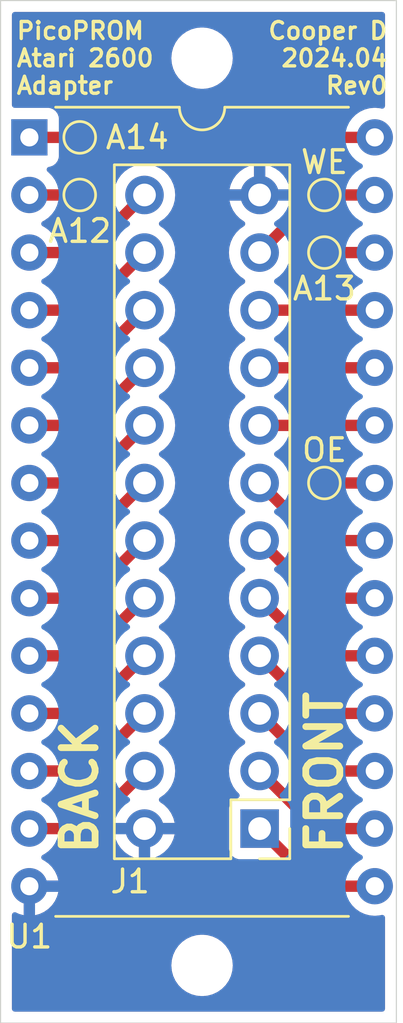
<source format=kicad_pcb>
(kicad_pcb (version 20221018) (generator pcbnew)
  (title_block (date "2024-04-02"))
  (layers (0 "F.Cu" signal) (31 "B.Cu" signal) (34 "B.Paste" user) (35 "F.Paste" user) (36 "B.SilkS" user "B.Silkscreen") (37 "F.SilkS" user "F.Silkscreen") (38 "B.Mask" user) (39 "F.Mask" user) (44 "Edge.Cuts" user))
  (net 0 "")
  (net 1 "/A7")
  (net 2 "/A6")
  (net 3 "/A5")
  (net 4 "/A4")
  (net 5 "/A3")
  (net 6 "/A2")
  (net 7 "/A1")
  (net 8 "/A0")
  (net 9 "/D0")
  (net 10 "/D1")
  (net 11 "/D2")
  (net 12 "GND")
  (net 13 "/D3")
  (net 14 "/D4")
  (net 15 "/D5")
  (net 16 "/D6")
  (net 17 "/D7")
  (net 18 "/CS")
  (net 19 "/A10")
  (net 20 "/A11")
  (net 21 "/A9")
  (net 22 "/A8")
  (net 23 "VCC")
  (net 24 "Net-(U1-A12)")
  (net 25 "Net-(U1-A13)")
  (net 26 "Net-(U1-A14)")
  (net 27 "Net-(U1-~{WE})")
  (net 28 "Net-(U1-~{OE})")
  (footprint "TestPoint:TestPoint_Pad_D1.0mm" (layer "F.Cu") (at 140.0175 66.3575)
    (fp_text reference "WE" (at 0 -1.448) (layer "F.SilkS"))
    (fp_text value "WE" hide)
    (fp_circle (center 0 0) (end 0 0.7) (stroke (width 0.12)) (fill none) (layer "F.SilkS"))
    (pad "1" smd circle (at 0 0) (size 1 1) (layers "F.Cu" "F.Mask") (net 27 "Net-(U1-~{WE})"))
  )
  (footprint "TestPoint:TestPoint_Pad_D1.0mm" (layer "F.Cu") (at 140.0175 79.0575)
    (fp_text reference "OE" (at 0 -1.448) (layer "F.SilkS"))
    (fp_text value "OE" hide)
    (fp_circle (center 0 0) (end 0 0.7) (stroke (width 0.12)) (fill none) (layer "F.SilkS"))
    (pad "1" smd circle (at 0 0) (size 1 1) (layers "F.Cu" "F.Mask") (net 28 "Net-(U1-~{OE})"))
  )
  (footprint "picoprom-atari2600:EdgeConnector_2x12_P2.54mm_Vertical" (layer "F.Cu") (at 137.16 94.2975 180)
    (fp_text reference "J1" (at 5.715 -2.33) (layer "F.SilkS"))
    (fp_text value "Atari2600_Cartridge_Edge" hide)
    (fp_line (start -1.33 -1.33) (end 0 -1.33) (stroke (width 0.12)) (layer "F.SilkS"))
    (fp_line (start -1.33 0) (end -1.33 -1.33) (stroke (width 0.12)) (layer "F.SilkS"))
    (fp_line (start -1.33 1.27) (end -1.33 29.27) (stroke (width 0.12)) (layer "F.SilkS"))
    (fp_line (start -1.33 1.27) (end 1.27 1.27) (stroke (width 0.12)) (layer "F.SilkS"))
    (fp_line (start -1.33 29.27) (end 6.41 29.27) (stroke (width 0.12)) (layer "F.SilkS"))
    (fp_line (start 1.27 -1.33) (end 6.41 -1.33) (stroke (width 0.12)) (layer "F.SilkS"))
    (fp_line (start 1.27 1.27) (end 1.27 -1.33) (stroke (width 0.12)) (layer "F.SilkS"))
    (fp_line (start 6.41 -1.33) (end 6.41 29.27) (stroke (width 0.12)) (layer "F.SilkS"))
    (pad "1" thru_hole rect (at 0 0 180) (size 1.7 1.7) (drill 1) (layers "*.Cu" "*.Mask") (net 13 "/D3"))
    (pad "2" thru_hole oval (at 0 2.54 180) (size 1.7 1.7) (drill 1) (layers "*.Cu" "*.Mask") (net 14 "/D4"))
    (pad "3" thru_hole oval (at 0 5.08 180) (size 1.7 1.7) (drill 1) (layers "*.Cu" "*.Mask") (net 15 "/D5"))
    (pad "4" thru_hole oval (at 0 7.62 180) (size 1.7 1.7) (drill 1) (layers "*.Cu" "*.Mask") (net 16 "/D6"))
    (pad "5" thru_hole oval (at 0 10.16 180) (size 1.7 1.7) (drill 1) (layers "*.Cu" "*.Mask") (net 17 "/D7"))
    (pad "6" thru_hole oval (at 0 12.7 180) (size 1.7 1.7) (drill 1) (layers "*.Cu" "*.Mask") (net 18 "/CS"))
    (pad "7" thru_hole oval (at 0 15.24 180) (size 1.7 1.7) (drill 1) (layers "*.Cu" "*.Mask") (net 19 "/A10"))
    (pad "8" thru_hole oval (at 0 17.78 180) (size 1.7 1.7) (drill 1) (layers "*.Cu" "*.Mask") (net 20 "/A11"))
    (pad "9" thru_hole oval (at 0 20.32 180) (size 1.7 1.7) (drill 1) (layers "*.Cu" "*.Mask") (net 21 "/A9"))
    (pad "10" thru_hole oval (at 0 22.86 180) (size 1.7 1.7) (drill 1) (layers "*.Cu" "*.Mask") (net 22 "/A8"))
    (pad "11" thru_hole oval (at 0 25.4 180) (size 1.7 1.7) (drill 1) (layers "*.Cu" "*.Mask") (net 23 "VCC"))
    (pad "12" thru_hole oval (at 0 27.94 180) (size 1.7 1.7) (drill 1) (layers "*.Cu" "*.Mask") (net 12 "GND"))
    (pad "13" thru_hole oval (at 5.08 27.94 180) (size 1.7 1.7) (drill 1) (layers "*.Cu" "*.Mask") (net 1 "/A7"))
    (pad "14" thru_hole oval (at 5.08 25.4 180) (size 1.7 1.7) (drill 1) (layers "*.Cu" "*.Mask") (net 2 "/A6"))
    (pad "15" thru_hole oval (at 5.08 22.86 180) (size 1.7 1.7) (drill 1) (layers "*.Cu" "*.Mask") (net 3 "/A5"))
    (pad "16" thru_hole oval (at 5.08 20.32 180) (size 1.7 1.7) (drill 1) (layers "*.Cu" "*.Mask") (net 4 "/A4"))
    (pad "17" thru_hole oval (at 5.08 17.78 180) (size 1.7 1.7) (drill 1) (layers "*.Cu" "*.Mask") (net 5 "/A3"))
    (pad "18" thru_hole oval (at 5.08 15.24 180) (size 1.7 1.7) (drill 1) (layers "*.Cu" "*.Mask") (net 6 "/A2"))
    (pad "19" thru_hole oval (at 5.08 12.7 180) (size 1.7 1.7) (drill 1) (layers "*.Cu" "*.Mask") (net 7 "/A1"))
    (pad "20" thru_hole oval (at 5.08 10.16 180) (size 1.7 1.7) (drill 1) (layers "*.Cu" "*.Mask") (net 8 "/A0"))
    (pad "21" thru_hole oval (at 5.08 7.62 180) (size 1.7 1.7) (drill 1) (layers "*.Cu" "*.Mask") (net 9 "/D0"))
    (pad "22" thru_hole oval (at 5.08 5.08 180) (size 1.7 1.7) (drill 1) (layers "*.Cu" "*.Mask") (net 10 "/D1"))
    (pad "23" thru_hole oval (at 5.08 2.54 180) (size 1.7 1.7) (drill 1) (layers "*.Cu" "*.Mask") (net 11 "/D2"))
    (pad "24" thru_hole oval (at 5.08 0 180) (size 1.7 1.7) (drill 1) (layers "*.Cu" "*.Mask") (net 12 "GND"))
  )
  (footprint "TestPoint:TestPoint_Pad_D1.0mm" (layer "F.Cu") (at 129.2225 66.3575)
    (fp_text reference "A12" (at 0 1.5875) (layer "F.SilkS"))
    (fp_text value "A12" hide)
    (fp_circle (center 0 0) (end 0 0.7) (stroke (width 0.12)) (fill none) (layer "F.SilkS"))
    (pad "1" smd circle (at 0 0) (size 1 1) (layers "F.Cu" "F.Mask") (net 24 "Net-(U1-A12)"))
  )
  (footprint "TestPoint:TestPoint_Pad_D1.0mm" (layer "F.Cu") (at 129.2225 63.8175)
    (fp_text reference "A14" (at 2.54 0) (layer "F.SilkS"))
    (fp_text value "A14" hide)
    (fp_circle (center 0 0) (end 0 0.7) (stroke (width 0.12)) (fill none) (layer "F.SilkS"))
    (pad "1" smd circle (at 0 0) (size 1 1) (layers "F.Cu" "F.Mask") (net 26 "Net-(U1-A14)"))
  )
  (footprint "MountingHole:MountingHole_2.2mm_M2" (layer "F.Cu") (at 134.62 60.325)
    (fp_text reference "REF**" hide)
    (fp_text value "MountingHole_2.2mm_M2" hide)
    (pad "" np_thru_hole circle (at 0 0) (size 2.2 2.2) (drill 2.2) (layers "*.Cu" "*.Mask"))
  )
  (footprint "MountingHole:MountingHole_2.2mm_M2" (layer "F.Cu") (at 134.62 100.33)
    (fp_text reference "REF**" hide)
    (fp_text value "MountingHole_2.2mm_M2" hide)
    (pad "" np_thru_hole circle (at 0 0) (size 2.2 2.2) (drill 2.2) (layers "F&B.Cu" "*.Mask"))
  )
  (footprint "TestPoint:TestPoint_Pad_D1.0mm" (layer "F.Cu") (at 140.0175 68.8975)
    (fp_text reference "A13" (at 0 1.5875) (layer "F.SilkS"))
    (fp_text value "A13" hide)
    (fp_circle (center 0 0) (end 0 0.7) (stroke (width 0.12)) (fill none) (layer "F.SilkS"))
    (pad "1" smd circle (at 0 0) (size 1 1) (layers "F.Cu" "F.Mask") (net 25 "Net-(U1-A13)"))
  )
  (footprint "picoprom-atari2600:PicoPROM_DIP-28_W15.24mm" (layer "F.Cu") (at 127 63.8175)
    (fp_text reference "U1" (at 0 35.2425) (layer "F.SilkS"))
    (fp_text value "28C256" hide)
    (fp_line (start 1.16 34.35) (end 14.08 34.35) (stroke (width 0.12)) (layer "F.SilkS"))
    (fp_line (start 6.62 -1.33) (end 1.16 -1.33) (stroke (width 0.12)) (layer "F.SilkS"))
    (fp_line (start 14.08 -1.33) (end 8.62 -1.33) (stroke (width 0.12)) (layer "F.SilkS"))
    (fp_arc (start 8.62 -1.33) (mid 7.62 -0.33) (end 6.62 -1.33) (stroke (width 0.12)) (layer "F.SilkS"))
    (pad "1" thru_hole rect (at 0 0) (size 1.6 1.6) (drill 0.8) (layers "*.Cu" "*.Mask") (net 26 "Net-(U1-A14)"))
    (pad "2" thru_hole oval (at 0 2.54) (size 1.6 1.6) (drill 0.8) (layers "*.Cu" "*.Mask") (net 24 "Net-(U1-A12)"))
    (pad "3" thru_hole oval (at 0 5.08) (size 1.6 1.6) (drill 0.8) (layers "*.Cu" "*.Mask") (net 1 "/A7"))
    (pad "4" thru_hole oval (at 0 7.62) (size 1.6 1.6) (drill 0.8) (layers "*.Cu" "*.Mask") (net 2 "/A6"))
    (pad "5" thru_hole oval (at 0 10.16) (size 1.6 1.6) (drill 0.8) (layers "*.Cu" "*.Mask") (net 3 "/A5"))
    (pad "6" thru_hole oval (at 0 12.7) (size 1.6 1.6) (drill 0.8) (layers "*.Cu" "*.Mask") (net 4 "/A4"))
    (pad "7" thru_hole oval (at 0 15.24) (size 1.6 1.6) (drill 0.8) (layers "*.Cu" "*.Mask") (net 5 "/A3"))
    (pad "8" thru_hole oval (at 0 17.78) (size 1.6 1.6) (drill 0.8) (layers "*.Cu" "*.Mask") (net 6 "/A2"))
    (pad "9" thru_hole oval (at 0 20.32) (size 1.6 1.6) (drill 0.8) (layers "*.Cu" "*.Mask") (net 7 "/A1"))
    (pad "10" thru_hole oval (at 0 22.86) (size 1.6 1.6) (drill 0.8) (layers "*.Cu" "*.Mask") (net 8 "/A0"))
    (pad "11" thru_hole oval (at 0 25.4) (size 1.6 1.6) (drill 0.8) (layers "*.Cu" "*.Mask") (net 9 "/D0"))
    (pad "12" thru_hole oval (at 0 27.94) (size 1.6 1.6) (drill 0.8) (layers "*.Cu" "*.Mask") (net 10 "/D1"))
    (pad "13" thru_hole oval (at 0 30.48) (size 1.6 1.6) (drill 0.8) (layers "*.Cu" "*.Mask") (net 11 "/D2"))
    (pad "14" thru_hole oval (at 0 33.02) (size 1.6 1.6) (drill 0.8) (layers "*.Cu" "*.Mask") (net 12 "GND"))
    (pad "15" thru_hole oval (at 15.24 33.02) (size 1.6 1.6) (drill 0.8) (layers "*.Cu" "*.Mask") (net 13 "/D3"))
    (pad "16" thru_hole oval (at 15.24 30.48) (size 1.6 1.6) (drill 0.8) (layers "*.Cu" "*.Mask") (net 14 "/D4"))
    (pad "17" thru_hole oval (at 15.24 27.94) (size 1.6 1.6) (drill 0.8) (layers "*.Cu" "*.Mask") (net 15 "/D5"))
    (pad "18" thru_hole oval (at 15.24 25.4) (size 1.6 1.6) (drill 0.8) (layers "*.Cu" "*.Mask") (net 16 "/D6"))
    (pad "19" thru_hole oval (at 15.24 22.86) (size 1.6 1.6) (drill 0.8) (layers "*.Cu" "*.Mask") (net 17 "/D7"))
    (pad "20" thru_hole oval (at 15.24 20.32) (size 1.6 1.6) (drill 0.8) (layers "*.Cu" "*.Mask") (net 18 "/CS"))
    (pad "21" thru_hole oval (at 15.24 17.78) (size 1.6 1.6) (drill 0.8) (layers "*.Cu" "*.Mask") (net 19 "/A10"))
    (pad "22" thru_hole oval (at 15.24 15.24) (size 1.6 1.6) (drill 0.8) (layers "*.Cu" "*.Mask") (net 28 "Net-(U1-~{OE})"))
    (pad "23" thru_hole oval (at 15.24 12.7) (size 1.6 1.6) (drill 0.8) (layers "*.Cu" "*.Mask") (net 20 "/A11"))
    (pad "24" thru_hole oval (at 15.24 10.16) (size 1.6 1.6) (drill 0.8) (layers "*.Cu" "*.Mask") (net 21 "/A9"))
    (pad "25" thru_hole oval (at 15.24 7.62) (size 1.6 1.6) (drill 0.8) (layers "*.Cu" "*.Mask") (net 22 "/A8"))
    (pad "26" thru_hole oval (at 15.24 5.08) (size 1.6 1.6) (drill 0.8) (layers "*.Cu" "*.Mask") (net 25 "Net-(U1-A13)"))
    (pad "27" thru_hole oval (at 15.24 2.54) (size 1.6 1.6) (drill 0.8) (layers "*.Cu" "*.Mask") (net 27 "Net-(U1-~{WE})"))
    (pad "28" thru_hole oval (at 15.24 0) (size 1.6 1.6) (drill 0.8) (layers "*.Cu" "*.Mask") (net 23 "VCC"))
  )
  (gr_rect (start 125.73 57.785) (end 143.1925 102.87) (stroke (width 0.05)) (fill none) (layer "Edge.Cuts"))
  (gr_text "Cooper D\n2024.04\nRev0" (at 142.875 60.325) (layer "F.SilkS") (effects (font (size 0.75 0.75) (thickness 0.15) bold) (justify right)))
  (gr_text "PicoPROM\nAtari 2600\nAdapter" (at 126.365 60.325) (layer "F.SilkS") (effects (font (size 0.75 0.75) (thickness 0.15) bold) (justify left)))
  (gr_text "BACK" (at 129.2225 95.5675 90) (layer "F.SilkS") (effects (font (size 1.5 1.5) (thickness 0.3) bold) (justify left)))
  (gr_text "FRONT" (at 140.0175 95.5675 90) (layer "F.SilkS") (effects (font (size 1.5 1.5) (thickness 0.3) bold) (justify left)))
  (segment (start 129.54 68.8975) (end 132.08 66.3575) (width 0.5) (layer "F.Cu") (net 1))
  (segment (start 127 68.8975) (end 129.54 68.8975) (width 0.5) (layer "F.Cu") (net 1))
  (segment (start 127 71.4375) (end 129.54 71.4375) (width 0.5) (layer "F.Cu") (net 2))
  (segment (start 129.54 71.4375) (end 132.08 68.8975) (width 0.5) (layer "F.Cu") (net 2))
  (segment (start 127 73.9775) (end 129.54 73.9775) (width 0.5) (layer "F.Cu") (net 3))
  (segment (start 129.54 73.9775) (end 132.08 71.4375) (width 0.5) (layer "F.Cu") (net 3))
  (segment (start 127 76.5175) (end 129.54 76.5175) (width 0.5) (layer "F.Cu") (net 4))
  (segment (start 129.54 76.5175) (end 132.08 73.9775) (width 0.5) (layer "F.Cu") (net 4))
  (segment (start 129.54 79.0575) (end 132.08 76.5175) (width 0.5) (layer "F.Cu") (net 5))
  (segment (start 127 79.0575) (end 129.54 79.0575) (width 0.5) (layer "F.Cu") (net 5))
  (segment (start 127 81.5975) (end 129.54 81.5975) (width 0.5) (layer "F.Cu") (net 6))
  (segment (start 129.54 81.5975) (end 132.08 79.0575) (width 0.5) (layer "F.Cu") (net 6))
  (segment (start 129.54 84.1375) (end 132.08 81.5975) (width 0.5) (layer "F.Cu") (net 7))
  (segment (start 127 84.1375) (end 129.54 84.1375) (width 0.5) (layer "F.Cu") (net 7))
  (segment (start 129.54 86.6775) (end 132.08 84.1375) (width 0.5) (layer "F.Cu") (net 8))
  (segment (start 127 86.6775) (end 129.54 86.6775) (width 0.5) (layer "F.Cu") (net 8))
  (segment (start 127 89.2175) (end 129.54 89.2175) (width 0.5) (layer "F.Cu") (net 9))
  (segment (start 129.54 89.2175) (end 132.08 86.6775) (width 0.5) (layer "F.Cu") (net 9))
  (segment (start 129.54 91.7575) (end 132.08 89.2175) (width 0.5) (layer "F.Cu") (net 10))
  (segment (start 127 91.7575) (end 129.54 91.7575) (width 0.5) (layer "F.Cu") (net 10))
  (segment (start 127 94.2975) (end 129.54 94.2975) (width 0.5) (layer "F.Cu") (net 11))
  (segment (start 129.54 94.2975) (end 132.08 91.7575) (width 0.5) (layer "F.Cu") (net 11))
  (segment (start 139.7 96.8375) (end 137.16 94.2975) (width 0.5) (layer "F.Cu") (net 13))
  (segment (start 142.24 96.8375) (end 139.7 96.8375) (width 0.5) (layer "F.Cu") (net 13))
  (segment (start 139.7 94.2975) (end 137.16 91.7575) (width 0.5) (layer "F.Cu") (net 14))
  (segment (start 142.24 94.2975) (end 139.7 94.2975) (width 0.5) (layer "F.Cu") (net 14))
  (segment (start 139.7 91.7575) (end 137.16 89.2175) (width 0.5) (layer "F.Cu") (net 15))
  (segment (start 142.24 91.7575) (end 139.7 91.7575) (width 0.5) (layer "F.Cu") (net 15))
  (segment (start 142.24 89.2175) (end 139.7 89.2175) (width 0.5) (layer "F.Cu") (net 16))
  (segment (start 139.7 89.2175) (end 137.16 86.6775) (width 0.5) (layer "F.Cu") (net 16))
  (segment (start 139.7 86.6775) (end 137.16 84.1375) (width 0.5) (layer "F.Cu") (net 17))
  (segment (start 142.24 86.6775) (end 139.7 86.6775) (width 0.5) (layer "F.Cu") (net 17))
  (segment (start 142.24 84.1375) (end 139.7 84.1375) (width 0.5) (layer "F.Cu") (net 18))
  (segment (start 139.7 84.1375) (end 137.16 81.5975) (width 0.5) (layer "F.Cu") (net 18))
  (segment (start 142.24 81.5975) (end 139.7 81.5975) (width 0.5) (layer "F.Cu") (net 19))
  (segment (start 139.7 81.5975) (end 137.16 79.0575) (width 0.5) (layer "F.Cu") (net 19))
  (segment (start 142.24 76.5175) (end 137.16 76.5175) (width 0.5) (layer "F.Cu") (net 20))
  (segment (start 142.24 73.9775) (end 137.16 73.9775) (width 0.5) (layer "F.Cu") (net 21))
  (segment (start 142.24 71.4375) (end 137.16 71.4375) (width 0.5) (layer "F.Cu") (net 22))
  (segment (start 137.16 68.8975) (end 138.7475 67.31) (width 0.5) (layer "F.Cu") (net 23))
  (segment (start 138.7475 67.31) (end 138.7475 65.0875) (width 0.5) (layer "F.Cu") (net 23))
  (segment (start 140.0175 63.8175) (end 142.24 63.8175) (width 0.5) (layer "F.Cu") (net 23))
  (segment (start 138.7475 65.0875) (end 140.0175 63.8175) (width 0.5) (layer "F.Cu") (net 23))
  (segment (start 127 66.3575) (end 129.2225 66.3575) (width 0.5) (layer "F.Cu") (net 24))
  (segment (start 142.24 68.8975) (end 140.0175 68.8975) (width 0.5) (layer "F.Cu") (net 25))
  (segment (start 129.2225 63.8175) (end 127 63.8175) (width 0.5) (layer "F.Cu") (net 26))
  (segment (start 140.0175 66.3575) (end 142.24 66.3575) (width 0.5) (layer "F.Cu") (net 27))
  (segment (start 140.0175 79.0575) (end 142.24 79.0575) (width 0.5) (layer "F.Cu") (net 28))
  (zone (net 12) (net_name "GND") (layers "F&B.Cu") (connect_pads (clearance 0.5)) (min_thickness 0.25) (fill yes (thermal_gap 0.5) (thermal_bridge_width 0.5))
    (polygon (pts (xy 125.73 57.785) (xy 143.1925 57.785) (xy 143.51 102.87) (xy 125.73 102.87)))
  )
)
</source>
